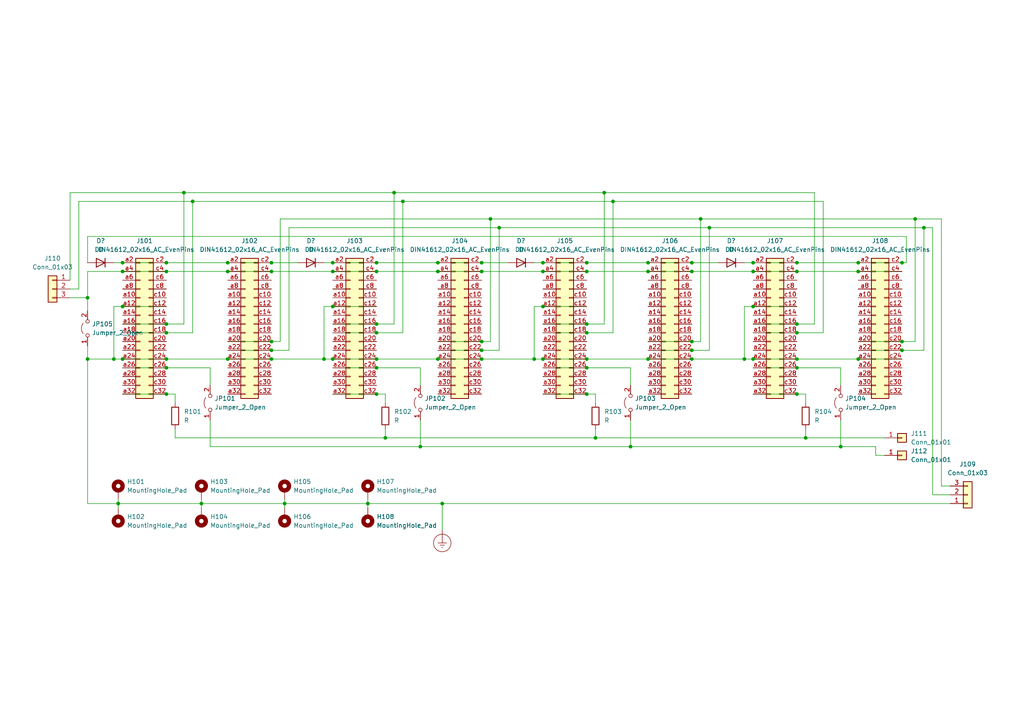
<source format=kicad_sch>
(kicad_sch (version 20211123) (generator eeschema)
  (paper "A4")
  (lib_symbols
    (symbol "Connector:DIN41612_02x16_AC_EvenPins" (pin_names (offset 1.016) hide)
      (property "Reference" "J" (at 1.27 20.32 0))
      (property "Value" "DIN41612_02x16_AC_EvenPins" (at 1.27 -22.86 0))
      (symbol "DIN41612_02x16_AC_EvenPins_1_1"
        (rectangle (start -1.27 -20.193) (end 0 -20.447) (stroke (width 0.1524)))
        (rectangle (start -1.27 -17.653) (end 0 -17.907) (stroke (width 0.1524)))
        (rectangle (start -1.27 -15.113) (end 0 -15.367) (stroke (width 0.1524)))
        (rectangle (start -1.27 -12.573) (end 0 -12.827) (stroke (width 0.1524)))
        (rectangle (start -1.27 -10.033) (end 0 -10.287) (stroke (width 0.1524)))
        (rectangle (start -1.27 -7.493) (end 0 -7.747) (stroke (width 0.1524)))
        (rectangle (start -1.27 -4.953) (end 0 -5.207) (stroke (width 0.1524)))
        (rectangle (start -1.27 -2.413) (end 0 -2.667) (stroke (width 0.1524)))
        (rectangle (start -1.27 0.127) (end 0 -0.127) (stroke (width 0.1524)))
        (rectangle (start -1.27 2.667) (end 0 2.413) (stroke (width 0.1524)))
        (rectangle (start -1.27 5.207) (end 0 4.953) (stroke (width 0.1524)))
        (rectangle (start -1.27 7.747) (end 0 7.493) (stroke (width 0.1524)))
        (rectangle (start -1.27 10.287) (end 0 10.033) (stroke (width 0.1524)))
        (rectangle (start -1.27 12.827) (end 0 12.573) (stroke (width 0.1524)))
        (rectangle (start -1.27 15.367) (end 0 15.113) (stroke (width 0.1524)))
        (rectangle (start -1.27 17.907) (end 0 17.653) (stroke (width 0.1524)))
        (rectangle (start -1.27 19.05) (end 3.81 -21.59) (stroke (width 0.254)) (fill (type background)))
        (rectangle (start 3.81 -20.193) (end 2.54 -20.447) (stroke (width 0.1524)))
        (rectangle (start 3.81 -17.653) (end 2.54 -17.907) (stroke (width 0.1524)))
        (rectangle (start 3.81 -15.113) (end 2.54 -15.367) (stroke (width 0.1524)))
        (rectangle (start 3.81 -12.573) (end 2.54 -12.827) (stroke (width 0.1524)))
        (rectangle (start 3.81 -10.033) (end 2.54 -10.287) (stroke (width 0.1524)))
        (rectangle (start 3.81 -7.493) (end 2.54 -7.747) (stroke (width 0.1524)))
        (rectangle (start 3.81 -4.953) (end 2.54 -5.207) (stroke (width 0.1524)))
        (rectangle (start 3.81 -2.413) (end 2.54 -2.667) (stroke (width 0.1524)))
        (rectangle (start 3.81 0.127) (end 2.54 -0.127) (stroke (width 0.1524)))
        (rectangle (start 3.81 2.667) (end 2.54 2.413) (stroke (width 0.1524)))
        (rectangle (start 3.81 5.207) (end 2.54 4.953) (stroke (width 0.1524)))
        (rectangle (start 3.81 7.747) (end 2.54 7.493) (stroke (width 0.1524)))
        (rectangle (start 3.81 10.287) (end 2.54 10.033) (stroke (width 0.1524)))
        (rectangle (start 3.81 12.827) (end 2.54 12.573) (stroke (width 0.1524)))
        (rectangle (start 3.81 15.367) (end 2.54 15.113) (stroke (width 0.1524)))
        (rectangle (start 3.81 17.907) (end 2.54 17.653) (stroke (width 0.1524)))
        (pin passive line (at -5.08 7.62 0) (length 3.81) (name "Pin_a10") (number "a10"))
        (pin passive line (at -5.08 5.08 0) (length 3.81) (name "Pin_a12") (number "a12"))
        (pin passive line (at -5.08 2.54 0) (length 3.81) (name "Pin_a14") (number "a14"))
        (pin passive line (at -5.08 0 0) (length 3.81) (name "Pin_a16") (number "a16"))
        (pin passive line (at -5.08 -2.54 0) (length 3.81) (name "Pin_a18") (number "a18"))
        (pin passive line (at -5.08 17.78 0) (length 3.81) (name "Pin_a2") (number "a2"))
        (pin passive line (at -5.08 -5.08 0) (length 3.81) (name "Pin_a20") (number "a20"))
        (pin passive line (at -5.08 -7.62 0) (length 3.81) (name "Pin_a22") (number "a22"))
        (pin passive line (at -5.08 -10.16 0) (length 3.81) (name "Pin_a24") (number "a24"))
        (pin passive line (at -5.08 -12.7 0) (length 3.81) (name "Pin_a26") (number "a26"))
        (pin passive line (at -5.08 -15.24 0) (length 3.81) (name "Pin_a28") (number "a28"))
        (pin passive line (at -5.08 -17.78 0) (length 3.81) (name "Pin_a30") (number "a30"))
        (pin passive line (at -5.08 -20.32 0) (length 3.81) (name "Pin_a32") (number "a32"))
        (pin passive line (at -5.08 15.24 0) (length 3.81) (name "Pin_a4") (number "a4"))
        (pin passive line (at -5.08 12.7 0) (length 3.81) (name "Pin_a6") (number "a6"))
        (pin passive line (at -5.08 10.16 0) (length 3.81) (name "Pin_a8") (number "a8"))
        (pin passive line (at 7.62 7.62 180) (length 3.81) (name "Pin_c10") (number "c10"))
        (pin passive line (at 7.62 5.08 180) (length 3.81) (name "Pin_c12") (number "c12"))
        (pin passive line (at 7.62 2.54 180) (length 3.81) (name "Pin_c14") (number "c14"))
        (pin passive line (at 7.62 0 180) (length 3.81) (name "Pin_c16") (number "c16"))
        (pin passive line (at 7.62 -2.54 180) (length 3.81) (name "Pin_c18") (number "c18"))
        (pin passive line (at 7.62 17.78 180) (length 3.81) (name "Pin_c2") (number "c2"))
        (pin passive line (at 7.62 -5.08 180) (length 3.81) (name "Pin_c20") (number "c20"))
        (pin passive line (at 7.62 -7.62 180) (length 3.81) (name "Pin_c22") (number "c22"))
        (pin passive line (at 7.62 -10.16 180) (length 3.81) (name "Pin_c24") (number "c24"))
        (pin passive line (at 7.62 -12.7 180) (length 3.81) (name "Pin_c26") (number "c26"))
        (pin passive line (at 7.62 -15.24 180) (length 3.81) (name "Pin_c28") (number "c28"))
        (pin passive line (at 7.62 -17.78 180) (length 3.81) (name "Pin_c30") (number "c30"))
        (pin passive line (at 7.62 -20.32 180) (length 3.81) (name "Pin_c32") (number "c32"))
        (pin passive line (at 7.62 15.24 180) (length 3.81) (name "Pin_c4") (number "c4"))
        (pin passive line (at 7.62 12.7 180) (length 3.81) (name "Pin_c6") (number "c6"))
        (pin passive line (at 7.62 10.16 180) (length 3.81) (name "Pin_c8") (number "c8"))
      )
    )
    (symbol "Connector_Generic:Conn_01x01" (pin_names (offset 1.016) hide)
      (property "Reference" "J" (at 0 2.54 0))
      (property "Value" "Conn_01x01" (at 0 -2.54 0))
      (symbol "Conn_01x01_1_1"
        (rectangle (start -1.27 0.127) (end 0 -0.127) (stroke (width 0.1524)))
        (rectangle (start -1.27 1.27) (end 1.27 -1.27) (stroke (width 0.254)) (fill (type background)))
        (pin passive line (at -5.08 0 0) (length 3.81) (name "Pin_1") (number "1"))
      )
    )
    (symbol "Connector_Generic:Conn_01x03" (pin_names (offset 1.016) hide)
      (property "Reference" "J" (at 0 5.08 0))
      (property "Value" "Conn_01x03" (at 0 -5.08 0))
      (symbol "Conn_01x03_1_1"
        (rectangle (start -1.27 -2.413) (end 0 -2.667) (stroke (width 0.1524)))
        (rectangle (start -1.27 0.127) (end 0 -0.127) (stroke (width 0.1524)))
        (rectangle (start -1.27 2.667) (end 0 2.413) (stroke (width 0.1524)))
        (rectangle (start -1.27 3.81) (end 1.27 -3.81) (stroke (width 0.254)) (fill (type background)))
        (pin passive line (at -5.08 2.54 0) (length 3.81) (name "Pin_1") (number "1"))
        (pin passive line (at -5.08 0 0) (length 3.81) (name "Pin_2") (number "2"))
        (pin passive line (at -5.08 -2.54 0) (length 3.81) (name "Pin_3") (number "3"))
      )
    )
    (symbol "Device:D" (pin_numbers hide) (pin_names (offset 1.016) hide)
      (property "Reference" "D" (at 0 2.54 0))
      (property "Value" "D" (at 0 -2.54 0))
      (symbol "D_0_1"
        (polyline (pts (xy -1.27 1.27) (xy -1.27 -1.27)) (stroke (width 0.254)))
        (polyline (pts (xy 1.27 0) (xy -1.27 0)))
        (polyline (pts (xy 1.27 1.27) (xy 1.27 -1.27) (xy -1.27 0) (xy 1.27 1.27)) (stroke (width 0.254)))
      )
      (symbol "D_1_1"
        (pin passive line (at -3.81 0 0) (length 2.54) (name "K") (number "1"))
        (pin passive line (at 3.81 0 180) (length 2.54) (name "A") (number "2"))
      )
    )
    (symbol "Device:R" (pin_numbers hide) (pin_names (offset 0))
      (property "Reference" "R" (at 2.032 0 90))
      (property "Value" "R" (at 0 0 90))
      (symbol "R_0_1"
        (rectangle (start -1.016 -2.54) (end 1.016 2.54) (stroke (width 0.254)))
      )
      (symbol "R_1_1"
        (pin passive line (at 0 3.81 270) (length 1.27) (name "~") (number "1"))
        (pin passive line (at 0 -3.81 90) (length 1.27) (name "~") (number "2"))
      )
    )
    (symbol "Jumper:Jumper_2_Open" (pin_names (offset 0) hide)
      (property "Reference" "JP" (at 0 2.794 0))
      (property "Value" "Jumper_2_Open" (at 0 -2.286 0))
      (symbol "Jumper_2_Open_0_0"
        (circle (center -2.032 0) (radius 0.508))
        (circle (center 2.032 0) (radius 0.508))
      )
      (symbol "Jumper_2_Open_0_1"
        (arc (start 1.524 1.27) (mid 0 1.778) (end -1.524 1.27))
      )
      (symbol "Jumper_2_Open_1_1"
        (pin passive line (at -5.08 0 0) (length 2.54) (name "A") (number "1"))
        (pin passive line (at 5.08 0 180) (length 2.54) (name "B") (number "2"))
      )
    )
    (symbol "Mechanical:MountingHole_Pad" (pin_numbers hide) (pin_names (offset 1.016) hide)
      (property "Reference" "H" (at 0 6.35 0))
      (property "Value" "MountingHole_Pad" (at 0 4.445 0))
      (symbol "MountingHole_Pad_0_1"
        (circle (center 0 1.27) (radius 1.27) (stroke (width 1.27)))
      )
      (symbol "MountingHole_Pad_1_1"
        (pin input line (at 0 -2.54 90) (length 2.54) (name "1") (number "1"))
      )
    )
    (symbol "power:Earth_Protective" (power) (pin_names (offset 0))
      (symbol "Earth_Protective_0_1"
        (circle (center 0 -3.81) (radius 2.54))
        (polyline (pts (xy -0.635 -4.445) (xy 0.635 -4.445)))
        (polyline (pts (xy -0.127 -5.08) (xy 0.127 -5.08)))
        (polyline (pts (xy 0 -3.81) (xy 0 0)))
        (polyline (pts (xy 1.27 -3.81) (xy -1.27 -3.81)))
      )
      (symbol "Earth_Protective_1_1"
        (pin power_in line (at 0 0 270) (length 0) hide (name "Earth_Protective") (number "1"))
      )
    )
  )
  (junction (at 55.88 58.42))
  (junction (at 267.97 66.04))
  (junction (at 231.14 114.3))
  (junction (at 139.7 76.2))
  (junction (at 121.92 129.54))
  (junction (at 231.14 76.2))
  (junction (at 25.4 86.36))
  (junction (at 35.56 76.2))
  (junction (at 170.18 76.2))
  (junction (at 248.92 76.2))
  (junction (at 205.74 66.04))
  (junction (at 93.98 104.14))
  (junction (at 66.04 104.14))
  (junction (at 33.02 104.14))
  (junction (at 187.96 78.74))
  (junction (at 142.24 63.5))
  (junction (at 48.26 76.2))
  (junction (at 109.22 106.68))
  (junction (at 231.14 104.14))
  (junction (at 248.92 104.14))
  (junction (at 218.44 78.74))
  (junction (at 200.66 99.06))
  (junction (at 96.52 104.14))
  (junction (at 170.18 104.14))
  (junction (at 35.56 104.14))
  (junction (at 231.14 78.74))
  (junction (at 261.62 99.06))
  (junction (at 109.22 93.98))
  (junction (at 261.62 101.6))
  (junction (at 261.62 76.2))
  (junction (at 248.92 78.74))
  (junction (at 139.7 104.14))
  (junction (at 157.48 104.14))
  (junction (at 35.56 88.9))
  (junction (at 139.7 101.6))
  (junction (at 109.22 104.14))
  (junction (at 48.26 106.68))
  (junction (at 109.22 76.2))
  (junction (at 139.7 78.74))
  (junction (at 154.94 104.14))
  (junction (at 157.48 78.74))
  (junction (at 144.78 66.04))
  (junction (at 78.74 101.6))
  (junction (at 96.52 78.74))
  (junction (at 48.26 104.14))
  (junction (at 231.14 106.68))
  (junction (at 114.3 55.88))
  (junction (at 48.26 96.52))
  (junction (at 66.04 76.2))
  (junction (at 106.68 146.05))
  (junction (at 34.29 146.05))
  (junction (at 218.44 104.14))
  (junction (at 78.74 76.2))
  (junction (at 170.18 96.52))
  (junction (at 157.48 88.9))
  (junction (at 170.18 106.68))
  (junction (at 116.84 58.42))
  (junction (at 170.18 93.98))
  (junction (at 109.22 114.3))
  (junction (at 200.66 78.74))
  (junction (at 157.48 76.2))
  (junction (at 109.22 78.74))
  (junction (at 78.74 78.74))
  (junction (at 127 78.74))
  (junction (at 200.66 101.6))
  (junction (at 170.18 78.74))
  (junction (at 243.84 129.54))
  (junction (at 177.8 58.42))
  (junction (at 96.52 76.2))
  (junction (at 53.34 55.88))
  (junction (at 200.66 76.2))
  (junction (at 127 104.14))
  (junction (at 48.26 114.3))
  (junction (at 127 76.2))
  (junction (at 25.4 104.14))
  (junction (at 218.44 88.9))
  (junction (at 96.52 88.9))
  (junction (at 48.26 93.98))
  (junction (at 139.7 99.06))
  (junction (at 66.04 78.74))
  (junction (at 35.56 78.74))
  (junction (at 203.2 63.5))
  (junction (at 58.42 146.05))
  (junction (at 128.27 146.05))
  (junction (at 187.96 104.14))
  (junction (at 187.96 76.2))
  (junction (at 231.14 93.98))
  (junction (at 182.88 129.54))
  (junction (at 109.22 96.52))
  (junction (at 175.26 55.88))
  (junction (at 82.55 146.05))
  (junction (at 78.74 104.14))
  (junction (at 231.14 96.52))
  (junction (at 215.9 104.14))
  (junction (at 48.26 78.74))
  (junction (at 218.44 76.2))
  (junction (at 111.76 127))
  (junction (at 170.18 114.3))
  (junction (at 200.66 104.14))
  (junction (at 78.74 99.06))
  (junction (at 265.43 63.5))
  (junction (at 172.72 127))
  (junction (at 233.68 127))
  (wire (pts (xy 231.14 96.52) (xy 238.76 96.52)))
  (wire (pts (xy 139.7 101.6) (xy 144.78 101.6)))
  (wire (pts (xy 205.74 66.04) (xy 205.74 101.6)))
  (wire (pts (xy 58.42 144.78) (xy 58.42 146.05)))
  (wire (pts (xy 106.68 144.78) (xy 106.68 146.05)))
  (wire (pts (xy 78.74 76.2) (xy 66.04 76.2)))
  (wire (pts (xy 218.44 76.2) (xy 231.14 76.2)))
  (wire (pts (xy 127 99.06) (xy 139.7 99.06)))
  (wire (pts (xy 82.55 146.05) (xy 106.68 146.05)))
  (wire (pts (xy 109.22 104.14) (xy 127 104.14)))
  (wire (pts (xy 139.7 78.74) (xy 157.48 78.74)))
  (wire (pts (xy 203.2 63.5) (xy 265.43 63.5)))
  (wire (pts (xy 231.14 93.98) (xy 218.44 93.98)))
  (wire (pts (xy 170.18 93.98) (xy 175.26 93.98)))
  (wire (pts (xy 243.84 129.54) (xy 254 129.54)))
  (wire (pts (xy 238.76 58.42) (xy 177.8 58.42)))
  (wire (pts (xy 127 101.6) (xy 139.7 101.6)))
  (wire (pts (xy 114.3 55.88) (xy 175.26 55.88)))
  (wire (pts (xy 66.04 101.6) (xy 78.74 101.6)))
  (wire (pts (xy 60.96 121.92) (xy 60.96 129.54)))
  (wire (pts (xy 48.26 78.74) (xy 66.04 78.74)))
  (wire (pts (xy 48.26 114.3) (xy 50.8 114.3)))
  (wire (pts (xy 82.55 146.05) (xy 82.55 147.32)))
  (wire (pts (xy 34.29 146.05) (xy 58.42 146.05)))
  (wire (pts (xy 231.14 104.14) (xy 248.92 104.14)))
  (wire (pts (xy 66.04 99.06) (xy 78.74 99.06)))
  (wire (pts (xy 93.98 104.14) (xy 96.52 104.14)))
  (wire (pts (xy 182.88 121.92) (xy 182.88 129.54)))
  (wire (pts (xy 208.28 76.2) (xy 200.66 76.2)))
  (wire (pts (xy 233.68 114.3) (xy 233.68 116.84)))
  (wire (pts (xy 78.74 101.6) (xy 83.82 101.6)))
  (wire (pts (xy 172.72 114.3) (xy 172.72 116.84)))
  (wire (pts (xy 175.26 55.88) (xy 236.22 55.88)))
  (wire (pts (xy 215.9 88.9) (xy 218.44 88.9)))
  (wire (pts (xy 53.34 55.88) (xy 114.3 55.88)))
  (wire (pts (xy 170.18 114.3) (xy 172.72 114.3)))
  (wire (pts (xy 25.4 76.2) (xy 25.4 68.58)))
  (wire (pts (xy 78.74 78.74) (xy 96.52 78.74)))
  (wire (pts (xy 231.14 78.74) (xy 248.92 78.74)))
  (wire (pts (xy 170.18 76.2) (xy 157.48 76.2)))
  (wire (pts (xy 109.22 106.68) (xy 121.92 106.68)))
  (wire (pts (xy 215.9 104.14) (xy 218.44 104.14)))
  (wire (pts (xy 93.98 88.9) (xy 96.52 88.9)))
  (wire (pts (xy 109.22 76.2) (xy 96.52 76.2)))
  (wire (pts (xy 187.96 76.2) (xy 170.18 76.2)))
  (wire (pts (xy 48.26 76.2) (xy 35.56 76.2)))
  (wire (pts (xy 157.48 88.9) (xy 170.18 88.9)))
  (wire (pts (xy 66.04 76.2) (xy 48.26 76.2)))
  (wire (pts (xy 172.72 127) (xy 233.68 127)))
  (wire (pts (xy 81.28 63.5) (xy 142.24 63.5)))
  (wire (pts (xy 58.42 146.05) (xy 58.42 147.32)))
  (wire (pts (xy 261.62 76.2) (xy 248.92 76.2)))
  (wire (pts (xy 25.4 68.58) (xy 262.89 68.58)))
  (wire (pts (xy 182.88 129.54) (xy 243.84 129.54)))
  (wire (pts (xy 270.51 66.04) (xy 270.51 143.51)))
  (wire (pts (xy 93.98 104.14) (xy 93.98 88.9)))
  (wire (pts (xy 231.14 88.9) (xy 218.44 88.9)))
  (wire (pts (xy 262.89 76.2) (xy 261.62 76.2)))
  (wire (pts (xy 50.8 127) (xy 111.76 127)))
  (wire (pts (xy 187.96 78.74) (xy 200.66 78.74)))
  (wire (pts (xy 83.82 66.04) (xy 144.78 66.04)))
  (wire (pts (xy 170.18 106.68) (xy 182.88 106.68)))
  (wire (pts (xy 275.59 143.51) (xy 270.51 143.51)))
  (wire (pts (xy 33.02 104.14) (xy 35.56 104.14)))
  (wire (pts (xy 273.05 63.5) (xy 265.43 63.5)))
  (wire (pts (xy 34.29 146.05) (xy 25.4 146.05)))
  (wire (pts (xy 231.14 93.98) (xy 236.22 93.98)))
  (wire (pts (xy 34.29 146.05) (xy 34.29 147.32)))
  (wire (pts (xy 139.7 76.2) (xy 127 76.2)))
  (wire (pts (xy 111.76 127) (xy 172.72 127)))
  (wire (pts (xy 121.92 121.92) (xy 121.92 129.54)))
  (wire (pts (xy 48.26 96.52) (xy 55.88 96.52)))
  (wire (pts (xy 35.56 114.3) (xy 48.26 114.3)))
  (wire (pts (xy 262.89 68.58) (xy 262.89 76.2)))
  (wire (pts (xy 109.22 93.98) (xy 96.52 93.98)))
  (wire (pts (xy 48.26 104.14) (xy 66.04 104.14)))
  (wire (pts (xy 33.02 104.14) (xy 33.02 88.9)))
  (wire (pts (xy 218.44 78.74) (xy 200.66 78.74)))
  (wire (pts (xy 215.9 76.2) (xy 218.44 76.2)))
  (wire (pts (xy 96.52 104.14) (xy 109.22 104.14)))
  (wire (pts (xy 96.52 78.74) (xy 109.22 78.74)))
  (wire (pts (xy 267.97 66.04) (xy 267.97 101.6)))
  (wire (pts (xy 50.8 114.3) (xy 50.8 116.84)))
  (wire (pts (xy 96.52 88.9) (xy 109.22 88.9)))
  (wire (pts (xy 96.52 96.52) (xy 109.22 96.52)))
  (wire (pts (xy 170.18 78.74) (xy 187.96 78.74)))
  (wire (pts (xy 109.22 114.3) (xy 111.76 114.3)))
  (wire (pts (xy 157.48 106.68) (xy 170.18 106.68)))
  (wire (pts (xy 81.28 63.5) (xy 81.28 99.06)))
  (wire (pts (xy 147.32 76.2) (xy 139.7 76.2)))
  (wire (pts (xy 200.66 101.6) (xy 205.74 101.6)))
  (wire (pts (xy 187.96 99.06) (xy 200.66 99.06)))
  (wire (pts (xy 22.86 83.82) (xy 22.86 58.42)))
  (wire (pts (xy 243.84 106.68) (xy 243.84 111.76)))
  (wire (pts (xy 116.84 58.42) (xy 177.8 58.42)))
  (wire (pts (xy 243.84 121.92) (xy 243.84 129.54)))
  (wire (pts (xy 248.92 99.06) (xy 261.62 99.06)))
  (wire (pts (xy 157.48 104.14) (xy 170.18 104.14)))
  (wire (pts (xy 157.48 78.74) (xy 170.18 78.74)))
  (wire (pts (xy 111.76 124.46) (xy 111.76 127)))
  (wire (pts (xy 254 129.54) (xy 254 132.08)))
  (wire (pts (xy 55.88 58.42) (xy 116.84 58.42)))
  (wire (pts (xy 127 78.74) (xy 139.7 78.74)))
  (wire (pts (xy 78.74 104.14) (xy 93.98 104.14)))
  (wire (pts (xy 177.8 58.42) (xy 177.8 96.52)))
  (wire (pts (xy 139.7 99.06) (xy 142.24 99.06)))
  (wire (pts (xy 231.14 76.2) (xy 248.92 76.2)))
  (wire (pts (xy 33.02 76.2) (xy 35.56 76.2)))
  (wire (pts (xy 60.96 106.68) (xy 60.96 111.76)))
  (wire (pts (xy 200.66 76.2) (xy 187.96 76.2)))
  (wire (pts (xy 22.86 58.42) (xy 55.88 58.42)))
  (wire (pts (xy 187.96 101.6) (xy 200.66 101.6)))
  (wire (pts (xy 154.94 76.2) (xy 157.48 76.2)))
  (wire (pts (xy 60.96 129.54) (xy 121.92 129.54)))
  (wire (pts (xy 270.51 66.04) (xy 267.97 66.04)))
  (wire (pts (xy 53.34 55.88) (xy 53.34 93.98)))
  (wire (pts (xy 93.98 76.2) (xy 96.52 76.2)))
  (wire (pts (xy 200.66 104.14) (xy 215.9 104.14)))
  (wire (pts (xy 139.7 104.14) (xy 154.94 104.14)))
  (wire (pts (xy 231.14 114.3) (xy 218.44 114.3)))
  (wire (pts (xy 96.52 114.3) (xy 109.22 114.3)))
  (wire (pts (xy 35.56 93.98) (xy 48.26 93.98)))
  (wire (pts (xy 154.94 88.9) (xy 157.48 88.9)))
  (wire (pts (xy 48.26 106.68) (xy 60.96 106.68)))
  (wire (pts (xy 25.4 100.33) (xy 25.4 104.14)))
  (wire (pts (xy 157.48 93.98) (xy 170.18 93.98)))
  (wire (pts (xy 83.82 66.04) (xy 83.82 101.6)))
  (wire (pts (xy 48.26 93.98) (xy 53.34 93.98)))
  (wire (pts (xy 144.78 66.04) (xy 144.78 101.6)))
  (wire (pts (xy 66.04 104.14) (xy 78.74 104.14)))
  (wire (pts (xy 154.94 104.14) (xy 154.94 88.9)))
  (wire (pts (xy 231.14 78.74) (xy 218.44 78.74)))
  (wire (pts (xy 142.24 63.5) (xy 203.2 63.5)))
  (wire (pts (xy 157.48 96.52) (xy 170.18 96.52)))
  (wire (pts (xy 231.14 114.3) (xy 233.68 114.3)))
  (wire (pts (xy 144.78 66.04) (xy 205.74 66.04)))
  (wire (pts (xy 275.59 140.97) (xy 273.05 140.97)))
  (wire (pts (xy 48.26 78.74) (xy 35.56 78.74)))
  (wire (pts (xy 233.68 127) (xy 256.54 127)))
  (wire (pts (xy 109.22 93.98) (xy 114.3 93.98)))
  (wire (pts (xy 50.8 124.46) (xy 50.8 127)))
  (wire (pts (xy 25.4 104.14) (xy 25.4 146.05)))
  (wire (pts (xy 236.22 93.98) (xy 236.22 55.88)))
  (wire (pts (xy 182.88 106.68) (xy 182.88 111.76)))
  (wire (pts (xy 33.02 88.9) (xy 35.56 88.9)))
  (wire (pts (xy 106.68 146.05) (xy 106.68 147.32)))
  (wire (pts (xy 175.26 93.98) (xy 175.26 55.88)))
  (wire (pts (xy 55.88 58.42) (xy 55.88 96.52)))
  (wire (pts (xy 121.92 106.68) (xy 121.92 111.76)))
  (wire (pts (xy 35.56 96.52) (xy 48.26 96.52)))
  (wire (pts (xy 128.27 146.05) (xy 275.59 146.05)))
  (wire (pts (xy 172.72 124.46) (xy 172.72 127)))
  (wire (pts (xy 127 104.14) (xy 139.7 104.14)))
  (wire (pts (xy 205.74 66.04) (xy 267.97 66.04)))
  (wire (pts (xy 109.22 78.74) (xy 127 78.74)))
  (wire (pts (xy 121.92 129.54) (xy 182.88 129.54)))
  (wire (pts (xy 35.56 88.9) (xy 48.26 88.9)))
  (wire (pts (xy 96.52 106.68) (xy 109.22 106.68)))
  (wire (pts (xy 116.84 58.42) (xy 116.84 96.52)))
  (wire (pts (xy 25.4 90.17) (xy 25.4 86.36)))
  (wire (pts (xy 254 132.08) (xy 256.54 132.08)))
  (wire (pts (xy 78.74 78.74) (xy 66.04 78.74)))
  (wire (pts (xy 200.66 99.06) (xy 203.2 99.06)))
  (wire (pts (xy 25.4 104.14) (xy 33.02 104.14)))
  (wire (pts (xy 261.62 101.6) (xy 267.97 101.6)))
  (wire (pts (xy 128.27 146.05) (xy 128.27 153.67)))
  (wire (pts (xy 170.18 114.3) (xy 157.48 114.3)))
  (wire (pts (xy 203.2 99.06) (xy 203.2 63.5)))
  (wire (pts (xy 187.96 104.14) (xy 200.66 104.14)))
  (wire (pts (xy 248.92 101.6) (xy 261.62 101.6)))
  (wire (pts (xy 218.44 106.68) (xy 231.14 106.68)))
  (wire (pts (xy 238.76 58.42) (xy 238.76 96.52)))
  (wire (pts (xy 142.24 99.06) (xy 142.24 63.5)))
  (wire (pts (xy 58.42 146.05) (xy 82.55 146.05)))
  (wire (pts (xy 20.32 83.82) (xy 22.86 83.82)))
  (wire (pts (xy 231.14 106.68) (xy 243.84 106.68)))
  (wire (pts (xy 35.56 104.14) (xy 48.26 104.14)))
  (wire (pts (xy 106.68 146.05) (xy 128.27 146.05)))
  (wire (pts (xy 35.56 106.68) (xy 48.26 106.68)))
  (wire (pts (xy 20.32 55.88) (xy 20.32 81.28)))
  (wire (pts (xy 82.55 144.78) (xy 82.55 146.05)))
  (wire (pts (xy 261.62 99.06) (xy 265.43 99.06)))
  (wire (pts (xy 86.36 76.2) (xy 78.74 76.2)))
  (wire (pts (xy 261.62 78.74) (xy 248.92 78.74)))
  (wire (pts (xy 215.9 104.14) (xy 215.9 88.9)))
  (wire (pts (xy 218.44 96.52) (xy 231.14 96.52)))
  (wire (pts (xy 34.29 144.78) (xy 34.29 146.05)))
  (wire (pts (xy 109.22 96.52) (xy 116.84 96.52)))
  (wire (pts (xy 111.76 114.3) (xy 111.76 116.84)))
  (wire (pts (xy 170.18 96.52) (xy 177.8 96.52)))
  (wire (pts (xy 218.44 104.14) (xy 231.14 104.14)))
  (wire (pts (xy 25.4 86.36) (xy 25.4 78.74)))
  (wire (pts (xy 20.32 86.36) (xy 25.4 86.36)))
  (wire (pts (xy 248.92 104.14) (xy 261.62 104.14)))
  (wire (pts (xy 114.3 93.98) (xy 114.3 55.88)))
  (wire (pts (xy 154.94 104.14) (xy 157.48 104.14)))
  (wire (pts (xy 233.68 127) (xy 233.68 124.46)))
  (wire (pts (xy 20.32 55.88) (xy 53.34 55.88)))
  (wire (pts (xy 127 76.2) (xy 109.22 76.2)))
  (wire (pts (xy 273.05 140.97) (xy 273.05 63.5)))
  (wire (pts (xy 265.43 99.06) (xy 265.43 63.5)))
  (wire (pts (xy 78.74 99.06) (xy 81.28 99.06)))
  (wire (pts (xy 170.18 104.14) (xy 187.96 104.14)))
  (wire (pts (xy 35.56 78.74) (xy 25.4 78.74)))
  (symbol (lib_id "Connector:DIN41612_02x16_AC_EvenPins") (at 254 93.98 0) (unit 1)
    (property "Reference" "J108" (at 255.27 69.85 0))
    (property "Value" "DIN41612_02x16_AC_EvenPins" (at 255.27 72.39 0))
    (property "Footprint" "Connector_DIN:DIN41612_C_2x16_Female_Vertical_THT" (effects hide))
    (property "Datasheet" "https://docs.rs-online.com/896e/0900766b8136231d.pdf" (effects hide))
  )
  (symbol (lib_id "Connector:DIN41612_02x16_AC_EvenPins") (at 162.56 93.98 0) (unit 1)
    (property "Reference" "J105" (at 163.83 69.85 0))
    (property "Value" "DIN41612_02x16_AC_EvenPins" (at 163.83 72.39 0))
    (property "Footprint" "Connector_DIN:DIN41612_C_2x16_Female_Vertical_THT" (effects hide))
    (property "Datasheet" "https://docs.rs-online.com/896e/0900766b8136231d.pdf" (effects hide))
  )
  (symbol (lib_id "Connector_Generic:Conn_01x03") (at 15.24 83.82 0) (mirror y) (unit 1)
    (property "Reference" "J110" (at 15.24 74.93 0))
    (property "Value" "Conn_01x03" (at 15.24 77.47 0))
    (property "Footprint" "Connector_JST:JST_XH_B3B-XH-A_1x03_P2.50mm_Vertical" (effects hide))
  )
  (symbol (lib_id "Connector_Generic:Conn_01x01") (at 261.62 132.08 0) (unit 1)
    (property "Reference" "J112" (at 264.16 130.8099 0) (effects (justify left)))
    (property "Value" "Conn_01x01" (at 264.16 133.3499 0) (effects (justify left)))
    (property "Footprint" "Connector_Wire:SolderWire-0.5sqmm_1x01_D0.9mm_OD2.1mm" (effects hide))
  )
  (symbol (lib_id "Device:R") (at 233.68 120.65 0) (unit 1)
    (property "Reference" "R104" (at 236.22 119.3799 0) (effects (justify left)))
    (property "Value" "R" (at 236.22 121.9199 0) (effects (justify left)))
    (property "Footprint" "Resistor_SMD:R_0805_2012Metric" (effects hide))
  )
  (symbol (lib_id "Connector:DIN41612_02x16_AC_EvenPins") (at 101.6 93.98 0) (unit 1)
    (property "Reference" "J103" (at 102.87 69.85 0))
    (property "Value" "DIN41612_02x16_AC_EvenPins" (at 102.87 72.39 0))
    (property "Footprint" "Connector_DIN:DIN41612_C_2x16_Female_Vertical_THT" (effects hide))
    (property "Datasheet" "https://docs.rs-online.com/896e/0900766b8136231d.pdf" (effects hide))
  )
  (symbol (lib_id "Device:D") (at 212.09 76.2 180) (unit 1)
    (property "Reference" "D?" (at 212.09 69.85 0))
    (property "Value" "D" (at 212.09 72.39 0))
    (property "Footprint" "Diode_THT:D_A-405_P12.70mm_Horizontal" (effects hide))
  )
  (symbol (lib_id "Mechanical:MountingHole_Pad") (at 34.29 149.86 180) (unit 1)
    (property "Reference" "H102" (at 36.83 149.8599 0) (effects (justify right)))
    (property "Value" "MountingHole_Pad" (at 36.83 152.3999 0) (effects (justify right)))
    (property "Footprint" "MountingHole:MountingHole_2.5mm_Pad" (effects hide))
  )
  (symbol (lib_id "Jumper:Jumper_2_Open") (at 121.92 116.84 90) (unit 1)
    (property "Reference" "JP102" (at 123.19 115.5699 90) (effects (justify right)))
    (property "Value" "Jumper_2_Open" (at 123.19 118.1099 90) (effects (justify right)))
    (property "Footprint" "Jumper:SolderJumper-2_P1.3mm_Open_RoundedPad1.0x1.5mm" (effects hide))
  )
  (symbol (lib_id "Mechanical:MountingHole_Pad") (at 34.29 142.24 0) (unit 1)
    (property "Reference" "H101" (at 36.83 139.6999 0) (effects (justify left)))
    (property "Value" "MountingHole_Pad" (at 36.83 142.2399 0) (effects (justify left)))
    (property "Footprint" "MountingHole:MountingHole_2.5mm_Pad" (effects hide))
  )
  (symbol (lib_id "Connector:DIN41612_02x16_AC_EvenPins") (at 193.04 93.98 0) (unit 1)
    (property "Reference" "J106" (at 194.31 69.85 0))
    (property "Value" "DIN41612_02x16_AC_EvenPins" (at 194.31 72.39 0))
    (property "Footprint" "Connector_DIN:DIN41612_C_2x16_Female_Vertical_THT" (effects hide))
    (property "Datasheet" "https://docs.rs-online.com/896e/0900766b8136231d.pdf" (effects hide))
  )
  (symbol (lib_id "Jumper:Jumper_2_Open") (at 243.84 116.84 90) (unit 1)
    (property "Reference" "JP104" (at 245.11 115.5699 90) (effects (justify right)))
    (property "Value" "Jumper_2_Open" (at 245.11 118.1099 90) (effects (justify right)))
    (property "Footprint" "Jumper:SolderJumper-2_P1.3mm_Open_RoundedPad1.0x1.5mm" (effects hide))
  )
  (symbol (lib_id "Mechanical:MountingHole_Pad") (at 106.68 142.24 0) (unit 1)
    (property "Reference" "H107" (at 109.22 139.6999 0) (effects (justify left)))
    (property "Value" "MountingHole_Pad" (at 109.22 142.2399 0) (effects (justify left)))
    (property "Footprint" "MountingHole:MountingHole_2.5mm_Pad" (effects hide))
  )
  (symbol (lib_id "Connector:DIN41612_02x16_AC_EvenPins") (at 71.12 93.98 0) (unit 1)
    (property "Reference" "J102" (at 72.39 69.85 0))
    (property "Value" "DIN41612_02x16_AC_EvenPins" (at 72.39 72.39 0))
    (property "Footprint" "Connector_DIN:DIN41612_C_2x16_Female_Vertical_THT" (effects hide))
    (property "Datasheet" "https://docs.rs-online.com/896e/0900766b8136231d.pdf" (effects hide))
  )
  (symbol (lib_id "Connector:DIN41612_02x16_AC_EvenPins") (at 223.52 93.98 0) (unit 1)
    (property "Reference" "J107" (at 224.79 69.85 0))
    (property "Value" "DIN41612_02x16_AC_EvenPins" (at 224.79 72.39 0))
    (property "Footprint" "Connector_DIN:DIN41612_C_2x16_Female_Vertical_THT" (effects hide))
    (property "Datasheet" "https://docs.rs-online.com/896e/0900766b8136231d.pdf" (effects hide))
  )
  (symbol (lib_id "Device:R") (at 172.72 120.65 0) (unit 1)
    (property "Reference" "R103" (at 175.26 119.3799 0) (effects (justify left)))
    (property "Value" "R" (at 175.26 121.9199 0) (effects (justify left)))
    (property "Footprint" "Resistor_SMD:R_0805_2012Metric" (effects hide))
  )
  (symbol (lib_id "Connector:DIN41612_02x16_AC_EvenPins") (at 40.64 93.98 0) (unit 1)
    (property "Reference" "J101" (at 41.91 69.85 0))
    (property "Value" "DIN41612_02x16_AC_EvenPins" (at 41.91 72.39 0))
    (property "Footprint" "Connector_DIN:DIN41612_C_2x16_Female_Vertical_THT" (effects hide))
    (property "Datasheet" "https://docs.rs-online.com/896e/0900766b8136231d.pdf" (effects hide))
  )
  (symbol (lib_id "Jumper:Jumper_2_Open") (at 60.96 116.84 90) (unit 1)
    (property "Reference" "JP101" (at 62.23 115.5699 90) (effects (justify right)))
    (property "Value" "Jumper_2_Open" (at 62.23 118.1099 90) (effects (justify right)))
    (property "Footprint" "Jumper:SolderJumper-2_P1.3mm_Open_RoundedPad1.0x1.5mm" (effects hide))
  )
  (symbol (lib_id "power:Earth_Protective") (at 128.27 153.67 0) (unit 1)
    (property "Reference" "#PWR0101" (effects hide))
    (property "Value" "Earth_Protective" (effects hide))
  )
  (symbol (lib_id "Mechanical:MountingHole_Pad") (at 58.42 142.24 0) (unit 1)
    (property "Reference" "H103" (at 60.96 139.6999 0) (effects (justify left)))
    (property "Value" "MountingHole_Pad" (at 60.96 142.2399 0) (effects (justify left)))
    (property "Footprint" "MountingHole:MountingHole_2.5mm_Pad" (effects hide))
  )
  (symbol (lib_id "Device:D") (at 90.17 76.2 180) (unit 1)
    (property "Reference" "D?" (at 90.17 69.85 0))
    (property "Value" "D" (at 90.17 72.39 0))
    (property "Footprint" "Diode_THT:D_A-405_P12.70mm_Horizontal" (effects hide))
  )
  (symbol (lib_id "Jumper:Jumper_2_Open") (at 182.88 116.84 90) (unit 1)
    (property "Reference" "JP103" (at 184.15 115.5699 90) (effects (justify right)))
    (property "Value" "Jumper_2_Open" (at 184.15 118.1099 90) (effects (justify right)))
    (property "Footprint" "Jumper:SolderJumper-2_P1.3mm_Open_RoundedPad1.0x1.5mm" (effects hide))
  )
  (symbol (lib_id "Device:D") (at 151.13 76.2 180) (unit 1)
    (property "Reference" "D?" (at 151.13 69.85 0))
    (property "Value" "D" (at 151.13 72.39 0))
    (property "Footprint" "Diode_THT:D_A-405_P12.70mm_Horizontal" (effects hide))
  )
  (symbol (lib_id "Mechanical:MountingHole_Pad") (at 82.55 142.24 0) (unit 1)
    (property "Reference" "H105" (at 85.09 139.6999 0) (effects (justify left)))
    (property "Value" "MountingHole_Pad" (at 85.09 142.2399 0) (effects (justify left)))
    (property "Footprint" "MountingHole:MountingHole_2.5mm_Pad" (effects hide))
  )
  (symbol (lib_id "Device:R") (at 50.8 120.65 0) (unit 1)
    (property "Reference" "R101" (at 53.34 119.3799 0) (effects (justify left)))
    (property "Value" "R" (at 53.34 121.9199 0) (effects (justify left)))
    (property "Footprint" "Resistor_SMD:R_0805_2012Metric" (effects hide))
  )
  (symbol (lib_id "Connector:DIN41612_02x16_AC_EvenPins") (at 132.08 93.98 0) (unit 1)
    (property "Reference" "J104" (at 133.35 69.85 0))
    (property "Value" "DIN41612_02x16_AC_EvenPins" (at 133.35 72.39 0))
    (property "Footprint" "Connector_DIN:DIN41612_C_2x16_Female_Vertical_THT" (effects hide))
    (property "Datasheet" "https://docs.rs-online.com/896e/0900766b8136231d.pdf" (effects hide))
  )
  (symbol (lib_id "Mechanical:MountingHole_Pad") (at 106.68 149.86 180) (unit 1)
    (property "Reference" "H108" (at 109.22 149.8599 0) (effects (justify right)))
    (property "Value" "MountingHole_Pad" (at 109.22 152.3999 0) (effects (justify right)))
    (property "Footprint" "MountingHole:MountingHole_2.5mm_Pad" (effects hide))
  )
  (symbol (lib_id "Mechanical:MountingHole_Pad") (at 58.42 149.86 180) (unit 1)
    (property "Reference" "H104" (at 60.96 149.8599 0) (effects (justify right)))
    (property "Value" "MountingHole_Pad" (at 60.96 152.3999 0) (effects (justify right)))
    (property "Footprint" "MountingHole:MountingHole_2.5mm_Pad" (effects hide))
  )
  (symbol (lib_id "Connector_Generic:Conn_01x03") (at 280.67 143.51 0) (mirror x) (unit 1)
    (property "Reference" "J109" (at 280.67 134.62 0))
    (property "Value" "Conn_01x03" (at 280.67 137.16 0))
    (property "Footprint" "TerminalBlock_WAGO:TerminalBlock_WAGO_804-103_1x03_P5.00mm_45Degree" (effects hide))
  )
  (symbol (lib_id "Device:D") (at 29.21 76.2 180) (unit 1)
    (property "Reference" "D?" (at 29.21 69.85 0))
    (property "Value" "D" (at 29.21 72.39 0))
    (property "Footprint" "Diode_THT:D_A-405_P12.70mm_Horizontal" (effects hide))
  )
  (symbol (lib_id "Connector_Generic:Conn_01x01") (at 261.62 127 0) (unit 1)
    (property "Reference" "J111" (at 264.16 125.7299 0) (effects (justify left)))
    (property "Value" "Conn_01x01" (at 264.16 128.2699 0) (effects (justify left)))
    (property "Footprint" "Connector_Wire:SolderWire-0.5sqmm_1x01_D0.9mm_OD2.1mm" (effects hide))
  )
  (symbol (lib_id "Device:R") (at 111.76 120.65 0) (unit 1)
    (property "Reference" "R102" (at 114.3 119.3799 0) (effects (justify left)))
    (property "Value" "R" (at 114.3 121.9199 0) (effects (justify left)))
    (property "Footprint" "Resistor_SMD:R_0805_2012Metric" (effects hide))
  )
  (symbol (lib_id "Mechanical:MountingHole_Pad") (at 82.55 149.86 180) (unit 1)
    (property "Reference" "H106" (at 85.09 149.8599 0) (effects (justify right)))
    (property "Value" "MountingHole_Pad" (at 85.09 152.3999 0) (effects (justify right)))
    (property "Footprint" "MountingHole:MountingHole_2.5mm_Pad" (effects hide))
  )
  (symbol (lib_id "Jumper:Jumper_2_Open") (at 25.4 95.25 90) (unit 1)
    (property "Reference" "JP105" (at 26.67 93.9799 90) (effects (justify right)))
    (property "Value" "Jumper_2_Open" (at 26.67 96.5199 90) (effects (justify right)))
    (property "Footprint" "Jumper:SolderJumper-2_P1.3mm_Bridged_RoundedPad1.0x1.5mm" (effects hide))
  )
)
</source>
